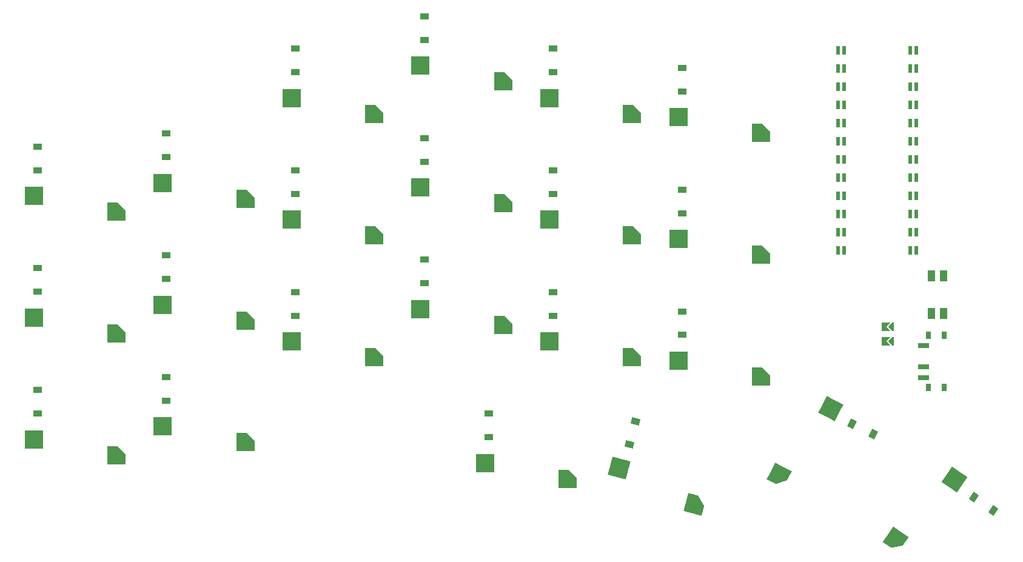
<source format=gbr>
%TF.GenerationSoftware,KiCad,Pcbnew,9.0.2*%
%TF.CreationDate,2025-06-08T10:39:33-06:00*%
%TF.ProjectId,scyboard,73637962-6f61-4726-942e-6b696361645f,1*%
%TF.SameCoordinates,Original*%
%TF.FileFunction,Paste,Bot*%
%TF.FilePolarity,Positive*%
%FSLAX46Y46*%
G04 Gerber Fmt 4.6, Leading zero omitted, Abs format (unit mm)*
G04 Created by KiCad (PCBNEW 9.0.2) date 2025-06-08 10:39:33*
%MOMM*%
%LPD*%
G01*
G04 APERTURE LIST*
G04 Aperture macros list*
%AMRotRect*
0 Rectangle, with rotation*
0 The origin of the aperture is its center*
0 $1 length*
0 $2 width*
0 $3 Rotation angle, in degrees counterclockwise*
0 Add horizontal line*
21,1,$1,$2,0,0,$3*%
%AMOutline5P*
0 Free polygon, 5 corners , with rotation*
0 The origin of the aperture is its center*
0 number of corners: always 5*
0 $1 to $10 corner X, Y*
0 $11 Rotation angle, in degrees counterclockwise*
0 create outline with 5 corners*
4,1,5,$1,$2,$3,$4,$5,$6,$7,$8,$9,$10,$1,$2,$11*%
%AMOutline6P*
0 Free polygon, 6 corners , with rotation*
0 The origin of the aperture is its center*
0 number of corners: always 6*
0 $1 to $12 corner X, Y*
0 $13 Rotation angle, in degrees counterclockwise*
0 create outline with 6 corners*
4,1,6,$1,$2,$3,$4,$5,$6,$7,$8,$9,$10,$11,$12,$1,$2,$13*%
%AMOutline7P*
0 Free polygon, 7 corners , with rotation*
0 The origin of the aperture is its center*
0 number of corners: always 7*
0 $1 to $14 corner X, Y*
0 $15 Rotation angle, in degrees counterclockwise*
0 create outline with 7 corners*
4,1,7,$1,$2,$3,$4,$5,$6,$7,$8,$9,$10,$11,$12,$13,$14,$1,$2,$15*%
%AMOutline8P*
0 Free polygon, 8 corners , with rotation*
0 The origin of the aperture is its center*
0 number of corners: always 8*
0 $1 to $16 corner X, Y*
0 $17 Rotation angle, in degrees counterclockwise*
0 create outline with 8 corners*
4,1,8,$1,$2,$3,$4,$5,$6,$7,$8,$9,$10,$11,$12,$13,$14,$15,$16,$1,$2,$17*%
%AMFreePoly0*
4,1,6,0.600000,-1.000000,0.000000,-0.400000,-0.600000,-1.000000,-0.600000,0.250000,0.600000,0.250000,0.600000,-1.000000,0.600000,-1.000000,$1*%
%AMFreePoly1*
4,1,6,0.600000,-0.200000,0.600000,-0.400000,-0.600000,-0.400000,-0.600000,-0.200000,0.000000,0.400000,0.600000,-0.200000,0.600000,-0.200000,$1*%
G04 Aperture macros list end*
%ADD10R,0.600000X1.200000*%
%ADD11R,0.800000X1.000000*%
%ADD12R,1.500000X0.700000*%
%ADD13R,1.000000X1.550000*%
%ADD14FreePoly0,90.000000*%
%ADD15FreePoly1,90.000000*%
%ADD16Outline5P,-1.300000X1.300000X1.300000X1.300000X1.300000X-1.300000X-0.117000X-1.300000X-1.300000X-0.117000X63.000000*%
%ADD17RotRect,2.600000X2.600000X63.000000*%
%ADD18Outline5P,-1.300000X1.300000X1.300000X1.300000X1.300000X-1.300000X-0.117000X-1.300000X-1.300000X-0.117000X180.000000*%
%ADD19R,2.600000X2.600000*%
%ADD20RotRect,0.900000X1.200000X255.000000*%
%ADD21R,1.200000X0.900000*%
%ADD22Outline5P,-1.300000X1.300000X1.300000X1.300000X1.300000X-1.300000X-0.117000X-1.300000X-1.300000X-0.117000X56.000000*%
%ADD23RotRect,2.600000X2.600000X56.000000*%
%ADD24RotRect,0.900000X1.200000X146.000000*%
%ADD25Outline5P,-1.300000X1.300000X1.300000X1.300000X1.300000X-1.300000X-0.117000X-1.300000X-1.300000X-0.117000X165.000000*%
%ADD26RotRect,2.600000X2.600000X165.000000*%
%ADD27RotRect,0.900000X1.200000X153.000000*%
G04 APERTURE END LIST*
D10*
%TO.C,MCU1*%
X164980000Y-49445000D03*
X164980000Y-51985000D03*
X164980000Y-54525000D03*
X164980000Y-57065000D03*
X164980000Y-59605000D03*
X164980000Y-62145000D03*
X164980000Y-64685000D03*
X164980000Y-67225000D03*
X164980000Y-69765000D03*
X164980000Y-72305000D03*
X164980000Y-74845000D03*
X164980000Y-77385000D03*
X154020000Y-77385000D03*
X154020000Y-74845000D03*
X154020000Y-72305000D03*
X154020000Y-69765000D03*
X154020000Y-67225000D03*
X154020000Y-64685000D03*
X154020000Y-62145000D03*
X154020000Y-59605000D03*
X154020000Y-57065000D03*
X154020000Y-54525000D03*
X154020000Y-51985000D03*
X154020000Y-49445000D03*
X154920000Y-49445000D03*
X154920000Y-51985000D03*
X154920000Y-54525000D03*
X154920000Y-57065000D03*
X154920000Y-59605000D03*
X154920000Y-62145000D03*
X154920000Y-64685000D03*
X154920000Y-67225000D03*
X154920000Y-69765000D03*
X154920000Y-72305000D03*
X154920000Y-74845000D03*
X154920000Y-77385000D03*
X164080000Y-77385000D03*
X164080000Y-74845000D03*
X164080000Y-72305000D03*
X164080000Y-69765000D03*
X164080000Y-67225000D03*
X164080000Y-64685000D03*
X164080000Y-62145000D03*
X164080000Y-59605000D03*
X164080000Y-57065000D03*
X164080000Y-54525000D03*
X164080000Y-51985000D03*
X164080000Y-49445000D03*
%TD*%
D11*
%TO.C,PWR1*%
X166640000Y-89220000D03*
X166640000Y-96520000D03*
X168850000Y-89220000D03*
X168850000Y-96520000D03*
D12*
X165990000Y-90620000D03*
X165990000Y-93620000D03*
X165990000Y-95120000D03*
%TD*%
D13*
%TO.C,RST1*%
X168734000Y-80895000D03*
X167034000Y-80895000D03*
X168734000Y-86145000D03*
X167034000Y-86145000D03*
%TD*%
D14*
%TO.C,JST1*%
X160409000Y-90030000D03*
X160409000Y-88030000D03*
D15*
X161425000Y-88030000D03*
X161425000Y-90030000D03*
%TD*%
D16*
%TO.C,S21*%
X145811692Y-108736803D03*
D17*
X153015497Y-99444457D03*
%TD*%
D18*
%TO.C,S1*%
X53275000Y-105950000D03*
D19*
X41725000Y-103750000D03*
%TD*%
D20*
%TO.C,D20*%
X125769350Y-101231522D03*
X124915250Y-104419078D03*
%TD*%
D21*
%TO.C,D6*%
X60250000Y-61050000D03*
X60250000Y-64350000D03*
%TD*%
%TO.C,D14*%
X114250000Y-66170000D03*
X114250000Y-69470000D03*
%TD*%
%TO.C,D8*%
X78250000Y-66170000D03*
X78250000Y-69470000D03*
%TD*%
D18*
%TO.C,S7*%
X89275000Y-92270000D03*
D19*
X77725000Y-90070000D03*
%TD*%
D22*
%TO.C,S22*%
X162035870Y-117707900D03*
D23*
X170318430Y-109362741D03*
%TD*%
D18*
%TO.C,S5*%
X71275000Y-87150000D03*
D19*
X59725000Y-84950000D03*
%TD*%
D21*
%TO.C,D7*%
X78250000Y-83170000D03*
X78250000Y-86470000D03*
%TD*%
%TO.C,D16*%
X132250000Y-85870000D03*
X132250000Y-89170000D03*
%TD*%
%TO.C,D12*%
X96250000Y-44670000D03*
X96250000Y-47970000D03*
%TD*%
D18*
%TO.C,S10*%
X107275000Y-87770000D03*
D19*
X95725000Y-85570000D03*
%TD*%
D18*
%TO.C,S12*%
X107275000Y-53770000D03*
D19*
X95725000Y-51570000D03*
%TD*%
D18*
%TO.C,S2*%
X53275000Y-88950000D03*
D19*
X41725000Y-86750000D03*
%TD*%
D24*
%TO.C,D22*%
X175745212Y-113656368D03*
X173009388Y-111811032D03*
%TD*%
D18*
%TO.C,S3*%
X53275000Y-71950000D03*
D19*
X41725000Y-69750000D03*
%TD*%
D21*
%TO.C,D18*%
X132250000Y-51870000D03*
X132250000Y-55170000D03*
%TD*%
D18*
%TO.C,S13*%
X125275000Y-92270000D03*
D19*
X113725000Y-90070000D03*
%TD*%
D21*
%TO.C,D15*%
X114250000Y-49170000D03*
X114250000Y-52470000D03*
%TD*%
%TO.C,D5*%
X60250000Y-78050000D03*
X60250000Y-81350000D03*
%TD*%
%TO.C,D13*%
X114250000Y-83170000D03*
X114250000Y-86470000D03*
%TD*%
D18*
%TO.C,S9*%
X89275000Y-58270000D03*
D19*
X77725000Y-56070000D03*
%TD*%
D21*
%TO.C,D4*%
X60250000Y-95050000D03*
X60250000Y-98350000D03*
%TD*%
D18*
%TO.C,S15*%
X125275000Y-58270000D03*
D19*
X113725000Y-56070000D03*
%TD*%
D18*
%TO.C,S8*%
X89275000Y-75270000D03*
D19*
X77725000Y-73070000D03*
%TD*%
D21*
%TO.C,D3*%
X42250000Y-62850000D03*
X42250000Y-66150000D03*
%TD*%
%TO.C,D9*%
X78250000Y-49170000D03*
X78250000Y-52470000D03*
%TD*%
%TO.C,D19*%
X105250000Y-100170000D03*
X105250000Y-103470000D03*
%TD*%
D18*
%TO.C,S17*%
X143275000Y-77970000D03*
D19*
X131725000Y-75770000D03*
%TD*%
D18*
%TO.C,S11*%
X107275000Y-70770000D03*
D19*
X95725000Y-68570000D03*
%TD*%
D21*
%TO.C,D10*%
X96250000Y-78670000D03*
X96250000Y-81970000D03*
%TD*%
D18*
%TO.C,S19*%
X116275000Y-109270000D03*
D19*
X104725000Y-107070000D03*
%TD*%
D21*
%TO.C,D1*%
X42250000Y-96850000D03*
X42250000Y-100150000D03*
%TD*%
D25*
%TO.C,S20*%
X134063434Y-112874891D03*
D26*
X123476392Y-107760494D03*
%TD*%
D21*
%TO.C,D2*%
X42250000Y-79850000D03*
X42250000Y-83150000D03*
%TD*%
D18*
%TO.C,S18*%
X143275000Y-60970000D03*
D19*
X131725000Y-58770000D03*
%TD*%
D27*
%TO.C,D21*%
X158925061Y-103044784D03*
X155984739Y-101546616D03*
%TD*%
D18*
%TO.C,S16*%
X143275000Y-94970000D03*
D19*
X131725000Y-92770000D03*
%TD*%
D18*
%TO.C,S4*%
X71275000Y-104150000D03*
D19*
X59725000Y-101950000D03*
%TD*%
D21*
%TO.C,D17*%
X132250000Y-68870000D03*
X132250000Y-72170000D03*
%TD*%
D18*
%TO.C,S6*%
X71275000Y-70150000D03*
D19*
X59725000Y-67950000D03*
%TD*%
D21*
%TO.C,D11*%
X96250000Y-61670000D03*
X96250000Y-64970000D03*
%TD*%
D18*
%TO.C,S14*%
X125275000Y-75270000D03*
D19*
X113725000Y-73070000D03*
%TD*%
M02*

</source>
